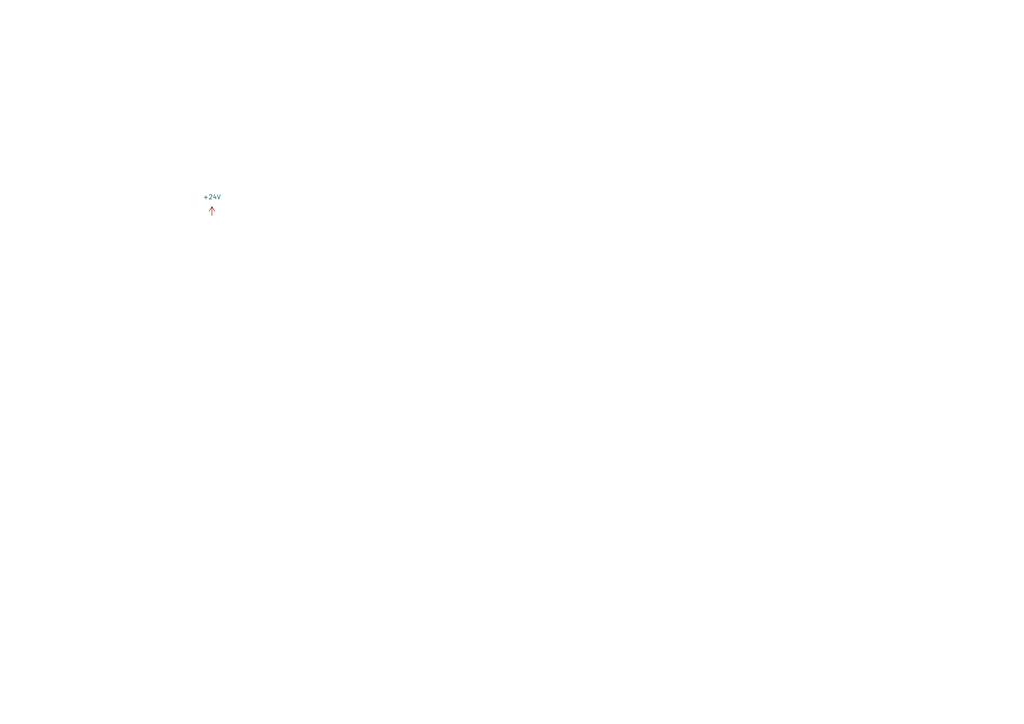
<source format=kicad_sch>
(kicad_sch (version 20211123) (generator eeschema)
  (paper "A4")
  (lib_symbols
    (symbol "power:+24V" (power) (pin_names (offset 0))
      (property "Value" "+24V" (at 0 3.556 0))
      (symbol "+24V_0_1"
        (polyline (pts (xy -0.762 1.27) (xy 0 2.54)))
        (polyline (pts (xy 0 0) (xy 0 2.54)))
        (polyline (pts (xy 0 2.54) (xy 0.762 1.27)))
      )
      (symbol "+24V_1_1"
        (pin power_in line (at 0 0 90) (length 0) hide (name "+24V") (number "1"))
      )
    )
  )
  (symbol (lib_id "power:+24V") (at 61.468 62.484 0) (unit 1)
    (property "Reference" "#PWR011" (effects hide))
    (property "Value" "+24V" (at 61.468 57.15 0))
  )
)
</source>
